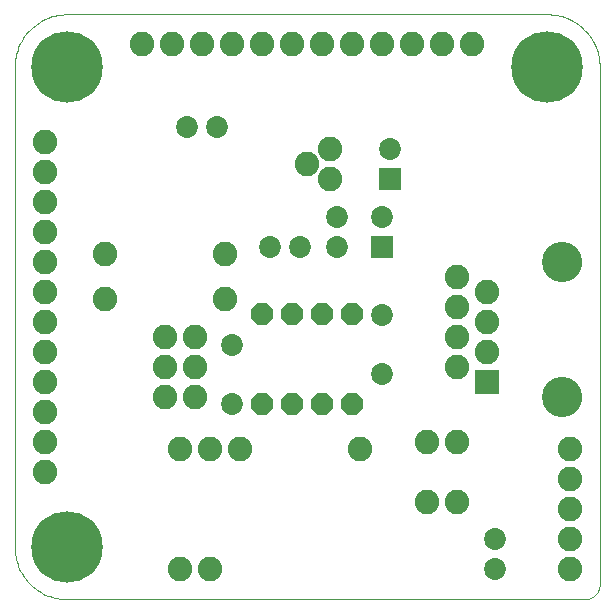
<source format=gbs>
G75*
G70*
%OFA0B0*%
%FSLAX24Y24*%
%IPPOS*%
%LPD*%
%AMOC8*
5,1,8,0,0,1.08239X$1,22.5*
%
%ADD10C,0.0000*%
%ADD11C,0.0820*%
%ADD12R,0.0820X0.0820*%
%ADD13C,0.1340*%
%ADD14C,0.0730*%
%ADD15C,0.2380*%
%ADD16OC8,0.0710*%
%ADD17R,0.0730X0.0730*%
D10*
X002425Y000675D02*
X019675Y000675D01*
X019719Y000677D01*
X019762Y000683D01*
X019804Y000692D01*
X019846Y000705D01*
X019886Y000722D01*
X019925Y000742D01*
X019962Y000765D01*
X019996Y000792D01*
X020029Y000821D01*
X020058Y000854D01*
X020085Y000888D01*
X020108Y000925D01*
X020128Y000964D01*
X020145Y001004D01*
X020158Y001046D01*
X020167Y001088D01*
X020173Y001131D01*
X020175Y001175D01*
X020175Y018425D01*
X020173Y018508D01*
X020167Y018591D01*
X020157Y018674D01*
X020143Y018756D01*
X020126Y018838D01*
X020104Y018918D01*
X020079Y018997D01*
X020050Y019075D01*
X020017Y019152D01*
X019980Y019227D01*
X019941Y019300D01*
X019897Y019371D01*
X019851Y019440D01*
X019801Y019507D01*
X019748Y019571D01*
X019692Y019633D01*
X019633Y019692D01*
X019571Y019748D01*
X019507Y019801D01*
X019440Y019851D01*
X019371Y019897D01*
X019300Y019941D01*
X019227Y019980D01*
X019152Y020017D01*
X019075Y020050D01*
X018997Y020079D01*
X018918Y020104D01*
X018838Y020126D01*
X018756Y020143D01*
X018674Y020157D01*
X018591Y020167D01*
X018508Y020173D01*
X018425Y020175D01*
X002425Y020175D01*
X002342Y020173D01*
X002259Y020167D01*
X002176Y020157D01*
X002094Y020143D01*
X002012Y020126D01*
X001932Y020104D01*
X001853Y020079D01*
X001775Y020050D01*
X001698Y020017D01*
X001623Y019980D01*
X001550Y019941D01*
X001479Y019897D01*
X001410Y019851D01*
X001343Y019801D01*
X001279Y019748D01*
X001217Y019692D01*
X001158Y019633D01*
X001102Y019571D01*
X001049Y019507D01*
X000999Y019440D01*
X000953Y019371D01*
X000909Y019300D01*
X000870Y019227D01*
X000833Y019152D01*
X000800Y019075D01*
X000771Y018997D01*
X000746Y018918D01*
X000724Y018838D01*
X000707Y018756D01*
X000693Y018674D01*
X000683Y018591D01*
X000677Y018508D01*
X000675Y018425D01*
X000675Y002425D01*
X000677Y002342D01*
X000683Y002259D01*
X000693Y002176D01*
X000707Y002094D01*
X000724Y002012D01*
X000746Y001932D01*
X000771Y001853D01*
X000800Y001775D01*
X000833Y001698D01*
X000870Y001623D01*
X000909Y001550D01*
X000953Y001479D01*
X000999Y001410D01*
X001049Y001343D01*
X001102Y001279D01*
X001158Y001217D01*
X001217Y001158D01*
X001279Y001102D01*
X001343Y001049D01*
X001410Y000999D01*
X001479Y000953D01*
X001550Y000909D01*
X001623Y000870D01*
X001698Y000833D01*
X001775Y000800D01*
X001853Y000771D01*
X001932Y000746D01*
X002012Y000724D01*
X002094Y000707D01*
X002176Y000693D01*
X002259Y000683D01*
X002342Y000677D01*
X002425Y000675D01*
X018295Y007425D02*
X018297Y007475D01*
X018303Y007525D01*
X018313Y007574D01*
X018327Y007622D01*
X018344Y007669D01*
X018365Y007714D01*
X018390Y007758D01*
X018418Y007799D01*
X018450Y007838D01*
X018484Y007875D01*
X018521Y007909D01*
X018561Y007939D01*
X018603Y007966D01*
X018647Y007990D01*
X018693Y008011D01*
X018740Y008027D01*
X018788Y008040D01*
X018838Y008049D01*
X018887Y008054D01*
X018938Y008055D01*
X018988Y008052D01*
X019037Y008045D01*
X019086Y008034D01*
X019134Y008019D01*
X019180Y008001D01*
X019225Y007979D01*
X019268Y007953D01*
X019309Y007924D01*
X019348Y007892D01*
X019384Y007857D01*
X019416Y007819D01*
X019446Y007779D01*
X019473Y007736D01*
X019496Y007692D01*
X019515Y007646D01*
X019531Y007598D01*
X019543Y007549D01*
X019551Y007500D01*
X019555Y007450D01*
X019555Y007400D01*
X019551Y007350D01*
X019543Y007301D01*
X019531Y007252D01*
X019515Y007204D01*
X019496Y007158D01*
X019473Y007114D01*
X019446Y007071D01*
X019416Y007031D01*
X019384Y006993D01*
X019348Y006958D01*
X019309Y006926D01*
X019268Y006897D01*
X019225Y006871D01*
X019180Y006849D01*
X019134Y006831D01*
X019086Y006816D01*
X019037Y006805D01*
X018988Y006798D01*
X018938Y006795D01*
X018887Y006796D01*
X018838Y006801D01*
X018788Y006810D01*
X018740Y006823D01*
X018693Y006839D01*
X018647Y006860D01*
X018603Y006884D01*
X018561Y006911D01*
X018521Y006941D01*
X018484Y006975D01*
X018450Y007012D01*
X018418Y007051D01*
X018390Y007092D01*
X018365Y007136D01*
X018344Y007181D01*
X018327Y007228D01*
X018313Y007276D01*
X018303Y007325D01*
X018297Y007375D01*
X018295Y007425D01*
X018295Y011925D02*
X018297Y011975D01*
X018303Y012025D01*
X018313Y012074D01*
X018327Y012122D01*
X018344Y012169D01*
X018365Y012214D01*
X018390Y012258D01*
X018418Y012299D01*
X018450Y012338D01*
X018484Y012375D01*
X018521Y012409D01*
X018561Y012439D01*
X018603Y012466D01*
X018647Y012490D01*
X018693Y012511D01*
X018740Y012527D01*
X018788Y012540D01*
X018838Y012549D01*
X018887Y012554D01*
X018938Y012555D01*
X018988Y012552D01*
X019037Y012545D01*
X019086Y012534D01*
X019134Y012519D01*
X019180Y012501D01*
X019225Y012479D01*
X019268Y012453D01*
X019309Y012424D01*
X019348Y012392D01*
X019384Y012357D01*
X019416Y012319D01*
X019446Y012279D01*
X019473Y012236D01*
X019496Y012192D01*
X019515Y012146D01*
X019531Y012098D01*
X019543Y012049D01*
X019551Y012000D01*
X019555Y011950D01*
X019555Y011900D01*
X019551Y011850D01*
X019543Y011801D01*
X019531Y011752D01*
X019515Y011704D01*
X019496Y011658D01*
X019473Y011614D01*
X019446Y011571D01*
X019416Y011531D01*
X019384Y011493D01*
X019348Y011458D01*
X019309Y011426D01*
X019268Y011397D01*
X019225Y011371D01*
X019180Y011349D01*
X019134Y011331D01*
X019086Y011316D01*
X019037Y011305D01*
X018988Y011298D01*
X018938Y011295D01*
X018887Y011296D01*
X018838Y011301D01*
X018788Y011310D01*
X018740Y011323D01*
X018693Y011339D01*
X018647Y011360D01*
X018603Y011384D01*
X018561Y011411D01*
X018521Y011441D01*
X018484Y011475D01*
X018450Y011512D01*
X018418Y011551D01*
X018390Y011592D01*
X018365Y011636D01*
X018344Y011681D01*
X018327Y011728D01*
X018313Y011776D01*
X018303Y011825D01*
X018297Y011875D01*
X018295Y011925D01*
D11*
X016425Y010925D03*
X015425Y010425D03*
X015425Y011425D03*
X016425Y009925D03*
X015425Y009425D03*
X016425Y008925D03*
X015425Y008425D03*
X015425Y005925D03*
X014425Y005925D03*
X012175Y005675D03*
X014425Y003925D03*
X015425Y003925D03*
X019175Y003675D03*
X019175Y002675D03*
X019175Y001675D03*
X019175Y004675D03*
X019175Y005675D03*
X011175Y014675D03*
X010425Y015175D03*
X011175Y015675D03*
X010925Y019175D03*
X009925Y019175D03*
X008925Y019175D03*
X007925Y019175D03*
X006925Y019175D03*
X005925Y019175D03*
X004925Y019175D03*
X001675Y015925D03*
X001675Y014925D03*
X001675Y013925D03*
X001675Y012925D03*
X001675Y011925D03*
X001675Y010925D03*
X001675Y009925D03*
X001675Y008925D03*
X001675Y007925D03*
X001675Y006925D03*
X001675Y005925D03*
X001675Y004925D03*
X005675Y007425D03*
X006675Y007425D03*
X006675Y008425D03*
X005675Y008425D03*
X005675Y009425D03*
X006675Y009425D03*
X007675Y010675D03*
X007675Y012175D03*
X003675Y012175D03*
X003675Y010675D03*
X006175Y005675D03*
X007175Y005675D03*
X008175Y005675D03*
X007175Y001675D03*
X006175Y001675D03*
X011925Y019175D03*
X012925Y019175D03*
X013925Y019175D03*
X014925Y019175D03*
X015925Y019175D03*
D12*
X016425Y007925D03*
D13*
X018925Y007425D03*
X018925Y011925D03*
D14*
X013175Y015675D03*
X012925Y013425D03*
X011425Y013425D03*
X011425Y012425D03*
X010175Y012425D03*
X009175Y012425D03*
X007925Y009159D03*
X007925Y007191D03*
X012925Y008191D03*
X012925Y010159D03*
X007425Y016425D03*
X006425Y016425D03*
X016675Y002675D03*
X016675Y001675D03*
D15*
X002425Y002425D03*
X002425Y018425D03*
X018425Y018425D03*
D16*
X011925Y010175D03*
X010925Y010175D03*
X009925Y010175D03*
X008925Y010175D03*
X008925Y007175D03*
X009925Y007175D03*
X010925Y007175D03*
X011925Y007175D03*
D17*
X012925Y012425D03*
X013175Y014675D03*
M02*

</source>
